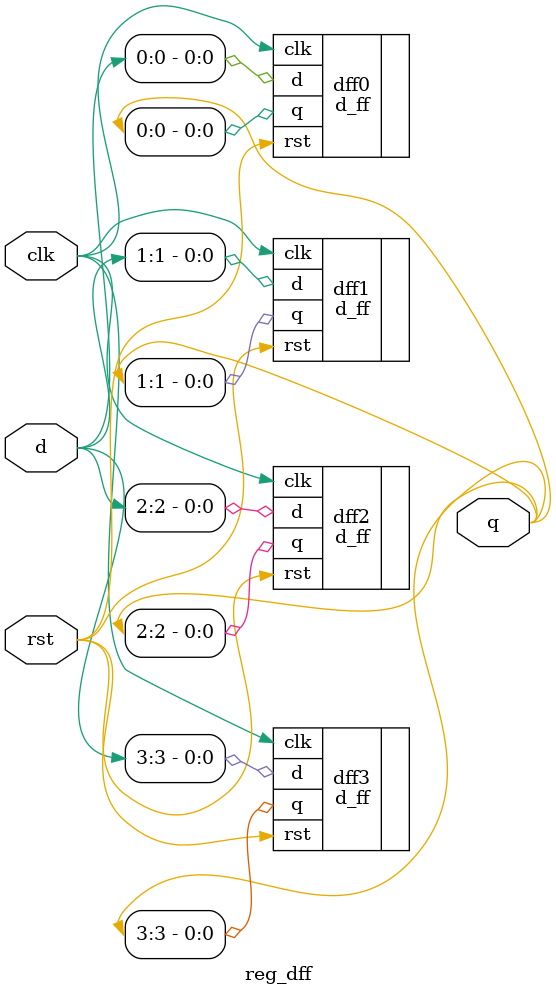
<source format=v>
module reg_dff(
    input clk,
    input rst,
    input [3:0] d,
    output [3:0] q
);

    d_ff dff0 (.clk(clk), .rst(rst), .d(d[0]), .q(q[0]));
    d_ff dff1 (.clk(clk), .rst(rst), .d(d[1]), .q(q[1]));
    d_ff dff2 (.clk(clk), .rst(rst), .d(d[2]), .q(q[2]));
    d_ff dff3 (.clk(clk), .rst(rst), .d(d[3]), .q(q[3]));

endmodule

</source>
